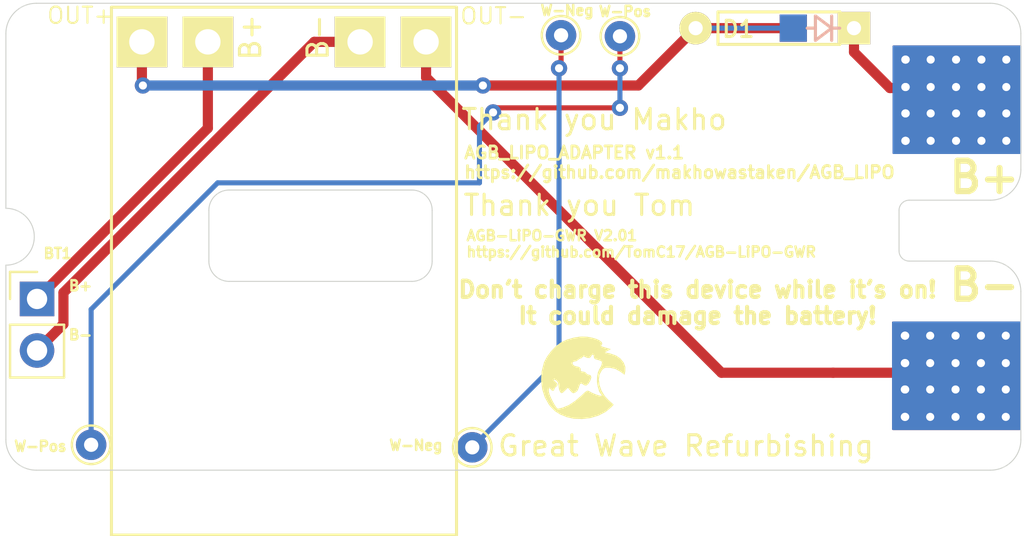
<source format=kicad_pcb>
(kicad_pcb (version 20171130) (host pcbnew "(5.1.8)-1")

  (general
    (thickness 1.6)
    (drawings 43)
    (tracks 98)
    (zones 0)
    (modules 8)
    (nets 6)
  )

  (page A4)
  (layers
    (0 F.Cu signal)
    (31 B.Cu signal)
    (32 B.Adhes user)
    (33 F.Adhes user)
    (34 B.Paste user)
    (35 F.Paste user)
    (36 B.SilkS user)
    (37 F.SilkS user)
    (38 B.Mask user)
    (39 F.Mask user)
    (40 Dwgs.User user)
    (41 Cmts.User user)
    (42 Eco1.User user)
    (43 Eco2.User user)
    (44 Edge.Cuts user)
    (45 Margin user)
    (46 B.CrtYd user)
    (47 F.CrtYd user)
    (48 B.Fab user)
    (49 F.Fab user hide)
  )

  (setup
    (last_trace_width 0.25)
    (user_trace_width 1)
    (trace_clearance 0.2)
    (zone_clearance 0.508)
    (zone_45_only no)
    (trace_min 0.2)
    (via_size 0.8)
    (via_drill 0.4)
    (via_min_size 0.4)
    (via_min_drill 0.3)
    (uvia_size 0.3)
    (uvia_drill 0.1)
    (uvias_allowed no)
    (uvia_min_size 0.2)
    (uvia_min_drill 0.1)
    (edge_width 0.05)
    (segment_width 0.2)
    (pcb_text_width 0.3)
    (pcb_text_size 1.5 1.5)
    (mod_edge_width 0.12)
    (mod_text_size 1 1)
    (mod_text_width 0.15)
    (pad_size 1.524 1.524)
    (pad_drill 0.762)
    (pad_to_mask_clearance 0.051)
    (solder_mask_min_width 0.25)
    (aux_axis_origin 0 0)
    (visible_elements 7FFFF7FF)
    (pcbplotparams
      (layerselection 0x3f0fc_ffffffff)
      (usegerberextensions true)
      (usegerberattributes false)
      (usegerberadvancedattributes false)
      (creategerberjobfile true)
      (excludeedgelayer true)
      (linewidth 0.100000)
      (plotframeref false)
      (viasonmask false)
      (mode 1)
      (useauxorigin false)
      (hpglpennumber 1)
      (hpglpenspeed 20)
      (hpglpendiameter 15.000000)
      (psnegative false)
      (psa4output false)
      (plotreference true)
      (plotvalue true)
      (plotinvisibletext false)
      (padsonsilk false)
      (subtractmaskfromsilk false)
      (outputformat 1)
      (mirror false)
      (drillshape 0)
      (scaleselection 1)
      (outputdirectory "gerbers/"))
  )

  (net 0 "")
  (net 1 "Net-(BT1-Pad2)")
  (net 2 "Net-(BT1-Pad1)")
  (net 3 "Net-(D1-Pad2)")
  (net 4 "Net-(D1-Pad1)")
  (net 5 "Net-(J1-Pad1)")

  (net_class Default "This is the default net class."
    (clearance 0.2)
    (trace_width 0.25)
    (via_dia 0.8)
    (via_drill 0.4)
    (uvia_dia 0.3)
    (uvia_drill 0.1)
    (add_net "Net-(BT1-Pad1)")
    (add_net "Net-(BT1-Pad2)")
    (add_net "Net-(D1-Pad1)")
    (add_net "Net-(D1-Pad2)")
    (add_net "Net-(J1-Pad1)")
  )

  (module misc_footprints:4056E_LiIon_loader (layer F.Cu) (tedit 5FCAD171) (tstamp 5E2E4B01)
    (at 25.875 25 90)
    (path /5E2E0507)
    (fp_text reference U1 (at 1.14 0.86 90 unlocked) (layer F.SilkS) hide
      (effects (font (size 1 1) (thickness 0.15)))
    )
    (fp_text value tp4056_board-tp4056 (at 0.66 -3.46 90) (layer F.Fab) hide
      (effects (font (size 1 1) (thickness 0.15)))
    )
    (fp_line (start 12.706 -8.5) (end 12.706 8.5) (layer F.SilkS) (width 0.15))
    (fp_line (start -13.296 8.5) (end -13.296 -8.5) (layer F.SilkS) (width 0.15))
    (fp_line (start -13.3 -8.5) (end 12.7 -8.5) (layer F.SilkS) (width 0.15))
    (fp_line (start -13.29 8.5) (end 12.7 8.5) (layer F.SilkS) (width 0.15))
    (fp_text user B- (at 11.225 1.675 90) (layer F.SilkS)
      (effects (font (size 1 1) (thickness 0.15)))
    )
    (fp_text user B+ (at 11.225 -1.65 90) (layer F.SilkS)
      (effects (font (size 1 1) (thickness 0.15)))
    )
    (fp_text user OUT+ (at 12.3 -10.025 180) (layer F.SilkS)
      (effects (font (size 0.8 0.8) (thickness 0.1)))
    )
    (fp_text user OUT- (at 12.275 10.325 180) (layer F.SilkS)
      (effects (font (size 0.8 0.8) (thickness 0.1)))
    )
    (pad 6 thru_hole rect (at 11 7 90) (size 2.5 2.5) (drill 1.25) (layers *.Cu *.Mask F.SilkS)
      (net 5 "Net-(J1-Pad1)"))
    (pad 5 thru_hole rect (at 11 -7 90) (size 2.5 2.5) (drill 1.25) (layers *.Cu *.Mask F.SilkS)
      (net 3 "Net-(D1-Pad2)"))
    (pad 3 thru_hole rect (at 11 -3.75 90) (size 2.5 2.5) (drill 1.25) (layers *.Cu *.Mask F.SilkS)
      (net 2 "Net-(BT1-Pad1)"))
    (pad 4 thru_hole rect (at 11 3.75 90) (size 2.5 2.5) (drill 1.25) (layers *.Cu *.Mask F.SilkS)
      (net 1 "Net-(BT1-Pad2)"))
  )

  (module TestPoint:TestPoint_THTPad_D1.5mm_Drill0.7mm (layer F.Cu) (tedit 5A0F774F) (tstamp 5FCB35BB)
    (at 42.425 13.725)
    (descr "THT pad as test Point, diameter 1.5mm, hole diameter 0.7mm")
    (tags "test point THT pad")
    (attr virtual)
    (fp_text reference W-Pos (at 0.25 -1.225) (layer F.SilkS)
      (effects (font (size 0.5 0.5) (thickness 0.125)))
    )
    (fp_text value TestPoint_THTPad_D1.5mm_Drill0.7mm (at 0 1.75) (layer F.Fab)
      (effects (font (size 1 1) (thickness 0.15)))
    )
    (fp_circle (center 0 0) (end 0 0.95) (layer F.SilkS) (width 0.12))
    (fp_circle (center 0 0) (end 1.25 0) (layer F.CrtYd) (width 0.05))
    (pad 1 thru_hole circle (at 0 0) (size 1.5 1.5) (drill 0.7) (layers *.Cu *.Mask))
  )

  (module TestPoint:TestPoint_THTPad_D1.5mm_Drill0.7mm (layer F.Cu) (tedit 5A0F774F) (tstamp 5FCB35AC)
    (at 39.525 13.675)
    (descr "THT pad as test Point, diameter 1.5mm, hole diameter 0.7mm")
    (tags "test point THT pad")
    (attr virtual)
    (fp_text reference W-Neg (at 0.3 -1.225) (layer F.SilkS)
      (effects (font (size 0.5 0.5) (thickness 0.125)))
    )
    (fp_text value TestPoint_THTPad_D1.5mm_Drill0.7mm (at 0 1.75) (layer F.Fab)
      (effects (font (size 1 1) (thickness 0.15)))
    )
    (fp_circle (center 0 0) (end 1.25 0) (layer F.CrtYd) (width 0.05))
    (fp_circle (center 0 0) (end 0 0.95) (layer F.SilkS) (width 0.12))
    (pad 1 thru_hole circle (at 0 0) (size 1.5 1.5) (drill 0.7) (layers *.Cu *.Mask))
  )

  (module TestPoint:TestPoint_THTPad_D1.5mm_Drill0.7mm (layer F.Cu) (tedit 5A0F774F) (tstamp 5FCB3530)
    (at 35.15 33.975)
    (descr "THT pad as test Point, diameter 1.5mm, hole diameter 0.7mm")
    (tags "test point THT pad")
    (attr virtual)
    (fp_text reference W-Neg (at -2.775 -0.1) (layer F.SilkS)
      (effects (font (size 0.5 0.5) (thickness 0.125)))
    )
    (fp_text value TestPoint_THTPad_D1.5mm_Drill0.7mm (at 0 1.75) (layer F.Fab)
      (effects (font (size 1 1) (thickness 0.15)))
    )
    (fp_circle (center 0 0) (end 0 0.95) (layer F.SilkS) (width 0.12))
    (fp_circle (center 0 0) (end 1.25 0) (layer F.CrtYd) (width 0.05))
    (pad 1 thru_hole circle (at 0 0) (size 1.5 1.5) (drill 0.7) (layers *.Cu *.Mask))
  )

  (module TestPoint:TestPoint_THTPad_D1.5mm_Drill0.7mm (layer F.Cu) (tedit 5A0F774F) (tstamp 5FCB3523)
    (at 16.375 33.85)
    (descr "THT pad as test Point, diameter 1.5mm, hole diameter 0.7mm")
    (tags "test point THT pad")
    (attr virtual)
    (fp_text reference W-Pos (at -2.5 0.075) (layer F.SilkS)
      (effects (font (size 0.5 0.5) (thickness 0.125)))
    )
    (fp_text value TestPoint_THTPad_D1.5mm_Drill0.7mm (at 0 1.75) (layer F.Fab) hide
      (effects (font (size 1 1) (thickness 0.15)))
    )
    (fp_circle (center 0 0) (end 1.25 0) (layer F.CrtYd) (width 0.05))
    (fp_circle (center 0 0) (end 0 0.95) (layer F.SilkS) (width 0.12))
    (pad 1 thru_hole circle (at 0 0) (size 1.5 1.5) (drill 0.7) (layers *.Cu *.Mask))
  )

  (module "Downloads:great wave logo" (layer F.Cu) (tedit 0) (tstamp 5FAB9287)
    (at 40.675 30.55)
    (fp_text reference G*** (at 0.025 0.275) (layer F.SilkS) hide
      (effects (font (size 1.524 1.524) (thickness 0.3)))
    )
    (fp_text value LOGO (at -0.1 0.05) (layer F.SilkS) hide
      (effects (font (size 1.524 1.524) (thickness 0.3)))
    )
    (fp_poly (pts (xy 0.152286 -2.016356) (xy 0.38324 -1.974036) (xy 0.587925 -1.911959) (xy 0.749429 -1.837044)
      (xy 0.850839 -1.756209) (xy 0.875241 -1.676373) (xy 0.858466 -1.644815) (xy 0.821133 -1.594509)
      (xy 0.825924 -1.560827) (xy 0.89031 -1.52959) (xy 1.031765 -1.486621) (xy 1.065321 -1.47696)
      (xy 1.292442 -1.411598) (xy 1.141521 -1.331233) (xy 0.9906 -1.250867) (xy 1.285917 -1.190655)
      (xy 1.552444 -1.097957) (xy 1.771653 -0.947215) (xy 1.929545 -0.754821) (xy 2.012118 -0.537168)
      (xy 2.011917 -0.340681) (xy 1.97748 -0.157116) (xy 1.752763 -0.315511) (xy 1.52612 -0.439899)
      (xy 1.277812 -0.494498) (xy 1.255792 -0.496483) (xy 1.092774 -0.504956) (xy 0.991236 -0.487131)
      (xy 0.911878 -0.429612) (xy 0.847369 -0.357233) (xy 0.740404 -0.155476) (xy 0.706931 0.091157)
      (xy 0.742352 0.36255) (xy 0.842067 0.638582) (xy 1.001477 0.899135) (xy 1.178562 1.091689)
      (xy 1.437032 1.324076) (xy 1.318346 1.450411) (xy 1.034803 1.683252) (xy 0.685554 1.860732)
      (xy 0.293143 1.977842) (xy -0.119889 2.02957) (xy -0.530999 2.010905) (xy -0.8636 1.935459)
      (xy -1.188178 1.806194) (xy -1.443224 1.644702) (xy -1.660315 1.428741) (xy -1.753482 1.308623)
      (xy -1.95234 0.953677) (xy -2.058926 0.611366) (xy -1.764308 0.611366) (xy -1.754431 0.6985)
      (xy -1.714647 0.832843) (xy -1.644058 1.001385) (xy -1.555948 1.179368) (xy -1.4636 1.342035)
      (xy -1.380297 1.46463) (xy -1.319322 1.522395) (xy -1.311508 1.524) (xy -1.231278 1.510772)
      (xy -1.097262 1.477686) (xy -1.047294 1.463713) (xy -0.760241 1.340953) (xy -0.446858 1.134054)
      (xy -0.121027 0.852184) (xy -0.120262 0.851446) (xy 0.016966 0.721792) (xy 0.105314 0.653278)
      (xy 0.167965 0.635422) (xy 0.2281 0.657741) (xy 0.26157 0.678788) (xy 0.380812 0.743523)
      (xy 0.530982 0.807943) (xy 0.68092 0.860953) (xy 0.799466 0.891457) (xy 0.854279 0.889853)
      (xy 0.84479 0.837932) (xy 0.799175 0.775011) (xy 0.738223 0.696398) (xy 0.72295 0.6604)
      (xy 0.711296 0.600526) (xy 0.676704 0.482143) (xy 0.662712 0.438807) (xy 0.621109 0.213824)
      (xy 0.624503 -0.036936) (xy 0.669207 -0.271042) (xy 0.7379 -0.426729) (xy 0.806245 -0.542281)
      (xy 0.842783 -0.625513) (xy 0.8437 -0.629929) (xy 0.863901 -0.729392) (xy 0.870959 -0.759393)
      (xy 0.842725 -0.819942) (xy 0.720854 -0.869415) (xy 0.67491 -0.880529) (xy 0.536926 -0.921303)
      (xy 0.477756 -0.972573) (xy 0.47171 -1.029937) (xy 0.454542 -1.125744) (xy 0.399346 -1.151162)
      (xy 0.34153 -1.096205) (xy 0.331087 -1.069597) (xy 0.264847 -0.980295) (xy 0.149947 -0.979221)
      (xy 0.043473 -1.0287) (xy -0.042834 -1.066606) (xy -0.082989 -1.038815) (xy -0.087071 -1.0287)
      (xy -0.150259 -0.969592) (xy -0.175814 -0.9652) (xy -0.261009 -0.929541) (xy -0.304801 -0.889)
      (xy -0.403438 -0.823868) (xy -0.460423 -0.8128) (xy -0.555845 -0.786826) (xy -0.585576 -0.759775)
      (xy -0.586437 -0.679071) (xy -0.518558 -0.602763) (xy -0.411595 -0.56056) (xy -0.38494 -0.5588)
      (xy -0.258167 -0.528255) (xy -0.186923 -0.452452) (xy -0.187205 -0.37481) (xy -0.173898 -0.32059)
      (xy -0.080041 -0.3048) (xy 0.030308 -0.27893) (xy 0.083229 -0.2286) (xy 0.152422 -0.164698)
      (xy 0.210229 -0.1524) (xy 0.309581 -0.116839) (xy 0.33742 -0.018355) (xy 0.290528 0.130755)
      (xy 0.286425 0.138814) (xy 0.181264 0.306479) (xy 0.08462 0.378757) (xy -0.011837 0.36046)
      (xy -0.048552 0.332234) (xy -0.146717 0.272419) (xy -0.216597 0.303496) (xy -0.265289 0.429915)
      (xy -0.27441 0.473866) (xy -0.348817 0.641454) (xy -0.438245 0.714648) (xy -0.530357 0.754125)
      (xy -0.596429 0.737443) (xy -0.676286 0.652047) (xy -0.689654 0.635372) (xy -0.809157 0.4855)
      (xy -0.967152 0.63645) (xy -1.067799 0.727857) (xy -1.125827 0.75463) (xy -1.170922 0.723513)
      (xy -1.197574 0.68879) (xy -1.24641 0.572141) (xy -1.269681 0.417903) (xy -1.27 0.399571)
      (xy -1.29377 0.238387) (xy -1.374245 0.136081) (xy -1.381236 0.131049) (xy -1.472429 0.083354)
      (xy -1.520936 0.082921) (xy -1.505625 0.128773) (xy -1.4351 0.189549) (xy -1.341714 0.284729)
      (xy -1.328742 0.376219) (xy -1.397 0.438829) (xy -1.464485 0.501117) (xy -1.4732 0.535836)
      (xy -1.505734 0.620604) (xy -1.575329 0.640537) (xy -1.634814 0.591332) (xy -1.701455 0.51046)
      (xy -1.748449 0.520569) (xy -1.764308 0.611366) (xy -2.058926 0.611366) (xy -2.078507 0.548483)
      (xy -2.129426 0.1163) (xy -2.102542 -0.31961) (xy -1.995298 -0.735989) (xy -1.981979 -0.770792)
      (xy -1.840872 -1.038729) (xy -1.636709 -1.312795) (xy -1.39884 -1.558632) (xy -1.156619 -1.741879)
      (xy -1.148095 -1.746929) (xy -0.854711 -1.881565) (xy -0.514035 -1.980292) (xy -0.177977 -2.029152)
      (xy -0.088023 -2.032) (xy 0.152286 -2.016356)) (layer F.SilkS) (width 0.01))
  )

  (module misc_footprints:Diode-hybrid-3pad (layer F.Cu) (tedit 59509714) (tstamp 5E2E4948)
    (at 50.055 13.325)
    (path /5E2E0B2B)
    (attr smd)
    (fp_text reference D1 (at -1.8 0.0508) (layer F.SilkS)
      (effects (font (size 0.8 0.8) (thickness 0.15)))
    )
    (fp_text value Diode (at 0.045 1.55) (layer F.SilkS) hide
      (effects (font (size 0.8 0.8) (thickness 0.15)))
    )
    (fp_line (start 2 -0.6) (end 2 0.6) (layer F.SilkS) (width 0.15))
    (fp_line (start 2.8 -0.6) (end 2.8 0.6) (layer F.SilkS) (width 0.15))
    (fp_line (start 2.8 0) (end 2 -0.6) (layer B.SilkS) (width 0.15))
    (fp_line (start 2 -0.6) (end 2 0.6) (layer B.SilkS) (width 0.15))
    (fp_line (start 2 0.6) (end 2.8 0) (layer B.SilkS) (width 0.15))
    (fp_line (start 2.8 -0.6) (end 2.8 0.6) (layer B.SilkS) (width 0.15))
    (fp_line (start 2 -0.6) (end 2.8 0) (layer F.SilkS) (width 0.15))
    (fp_line (start 2.8 0) (end 2 0.6) (layer F.SilkS) (width 0.15))
    (fp_line (start 2.8 0) (end 3.2 0) (layer F.SilkS) (width 0.15))
    (fp_line (start 2 0) (end 1.6 0) (layer F.SilkS) (width 0.15))
    (fp_line (start 2 0) (end 1.6 0) (layer B.SilkS) (width 0.15))
    (fp_line (start 2.8 0) (end 3.2 0) (layer B.SilkS) (width 0.15))
    (fp_line (start -2.8 -0.8) (end -2.8 0.8) (layer F.SilkS) (width 0.15))
    (fp_line (start -2.8 0.8) (end 3.2 0.8) (layer F.SilkS) (width 0.15))
    (fp_line (start 3.2 0.8) (end 3.2 -0.8) (layer F.SilkS) (width 0.15))
    (fp_line (start 3.2 -0.8) (end -2.8 -0.8) (layer F.SilkS) (width 0.15))
    (pad 2 smd rect (at -1.5 0) (size 4 0.25) (layers B.Cu)
      (net 3 "Net-(D1-Pad2)") (solder_mask_margin -999))
    (pad 2 smd rect (at 0.91 0) (size 1.34 1.34) (layers B.Cu B.Paste B.Mask)
      (net 3 "Net-(D1-Pad2)"))
    (pad 2 smd rect (at 0.91 0) (size 1.34 1.34) (layers F.Cu F.Paste F.Mask)
      (net 3 "Net-(D1-Pad2)"))
    (pad 2 thru_hole circle (at -3.9 0) (size 1.6 1.6) (drill 0.7) (layers *.Cu *.Mask F.SilkS)
      (net 3 "Net-(D1-Pad2)"))
    (pad 1 thru_hole rect (at 3.9 0) (size 1.6 1.6) (drill 0.7) (layers *.Cu *.Mask F.SilkS)
      (net 4 "Net-(D1-Pad1)"))
    (pad 2 smd rect (at -1.5 0) (size 4 0.25) (layers F.Cu)
      (net 3 "Net-(D1-Pad2)") (solder_mask_margin -999))
  )

  (module Connector_PinHeader_2.54mm:PinHeader_1x02_P2.54mm_Vertical (layer F.Cu) (tedit 59FED5CC) (tstamp 5E2E58FD)
    (at 13.7105 26.6645)
    (descr "Through hole straight pin header, 1x02, 2.54mm pitch, single row")
    (tags "Through hole pin header THT 1x02 2.54mm single row")
    (path /5E2E12D0)
    (fp_text reference BT1 (at 1.0145 -2.2395) (layer F.SilkS)
      (effects (font (size 0.5 0.5) (thickness 0.125)))
    )
    (fp_text value Battery_Cell (at 0 4.87) (layer F.Fab)
      (effects (font (size 1 1) (thickness 0.15)))
    )
    (fp_line (start 1.8 -1.8) (end -1.8 -1.8) (layer F.CrtYd) (width 0.05))
    (fp_line (start 1.8 4.35) (end 1.8 -1.8) (layer F.CrtYd) (width 0.05))
    (fp_line (start -1.8 4.35) (end 1.8 4.35) (layer F.CrtYd) (width 0.05))
    (fp_line (start -1.8 -1.8) (end -1.8 4.35) (layer F.CrtYd) (width 0.05))
    (fp_line (start -1.33 -1.33) (end 0 -1.33) (layer F.SilkS) (width 0.12))
    (fp_line (start -1.33 0) (end -1.33 -1.33) (layer F.SilkS) (width 0.12))
    (fp_line (start -1.33 1.27) (end 1.33 1.27) (layer F.SilkS) (width 0.12))
    (fp_line (start 1.33 1.27) (end 1.33 3.87) (layer F.SilkS) (width 0.12))
    (fp_line (start -1.33 1.27) (end -1.33 3.87) (layer F.SilkS) (width 0.12))
    (fp_line (start -1.33 3.87) (end 1.33 3.87) (layer F.SilkS) (width 0.12))
    (fp_line (start -1.27 -0.635) (end -0.635 -1.27) (layer F.Fab) (width 0.1))
    (fp_line (start -1.27 3.81) (end -1.27 -0.635) (layer F.Fab) (width 0.1))
    (fp_line (start 1.27 3.81) (end -1.27 3.81) (layer F.Fab) (width 0.1))
    (fp_line (start 1.27 -1.27) (end 1.27 3.81) (layer F.Fab) (width 0.1))
    (fp_line (start -0.635 -1.27) (end 1.27 -1.27) (layer F.Fab) (width 0.1))
    (fp_text user %R (at 0 1.27 90) (layer F.Fab)
      (effects (font (size 1 1) (thickness 0.15)))
    )
    (pad 1 thru_hole rect (at 0 0) (size 1.7 1.7) (drill 1) (layers *.Cu *.Mask)
      (net 2 "Net-(BT1-Pad1)"))
    (pad 2 thru_hole oval (at 0 2.54) (size 1.7 1.7) (drill 1) (layers *.Cu *.Mask)
      (net 1 "Net-(BT1-Pad2)"))
    (model ${KISYS3DMOD}/Connector_PinHeader_2.54mm.3dshapes/PinHeader_1x02_P2.54mm_Vertical.wrl
      (at (xyz 0 0 0))
      (scale (xyz 1 1 1))
      (rotate (xyz 0 0 0))
    )
  )

  (gr_arc (start 60.675 13.6) (end 62.175 13.6) (angle -90) (layer Edge.Cuts) (width 0.05) (tstamp 5FCAB5CB))
  (gr_arc (start 60.675 20.3) (end 60.675 21.8) (angle -90) (layer Edge.Cuts) (width 0.05) (tstamp 5FCAB5CA))
  (gr_arc (start 60.675 33.6) (end 60.675 35.1) (angle -90) (layer Edge.Cuts) (width 0.05) (tstamp 5FCAB5C9))
  (gr_arc (start 32.175 24.8) (end 32.175 25.8) (angle -90) (layer Edge.Cuts) (width 0.05) (tstamp 5FCAB5C8))
  (gr_arc (start 23.175 22.3) (end 23.175 21.3) (angle -90) (layer Edge.Cuts) (width 0.05) (tstamp 5FCAB5C7))
  (gr_line (start 12.175 33.6) (end 12.175 25) (layer Edge.Cuts) (width 0.05) (tstamp 5FCAB5C6))
  (gr_arc (start 13.675 13.6) (end 13.675 12.1) (angle -90) (layer Edge.Cuts) (width 0.05) (tstamp 5FCAB5C5))
  (gr_arc (start 23.175 24.8) (end 22.175 24.8) (angle -90) (layer Edge.Cuts) (width 0.05) (tstamp 5FCAB5C4))
  (gr_arc (start 32.175 22.3) (end 33.175 22.3) (angle -90) (layer Edge.Cuts) (width 0.05) (tstamp 5FCAB5C3))
  (gr_arc (start 60.675 26.3) (end 62.175 26.3) (angle -90) (layer Edge.Cuts) (width 0.05) (tstamp 5FCAB5C2))
  (gr_arc (start 13.675 33.6) (end 12.175 33.6) (angle -90) (layer Edge.Cuts) (width 0.05) (tstamp 5FCAB5C1))
  (gr_line (start 62.175 26.3) (end 62.175 33.6) (layer Edge.Cuts) (width 0.05) (tstamp 5FCAB5C0))
  (gr_line (start 60.675 24.8) (end 56.675 24.8) (layer Edge.Cuts) (width 0.05) (tstamp 5FCAB5BF))
  (gr_line (start 13.675 35.1) (end 60.675 35.1) (layer Edge.Cuts) (width 0.05) (tstamp 5FCAB5BE))
  (gr_line (start 23.175 21.3) (end 32.175 21.3) (layer Edge.Cuts) (width 0.05) (tstamp 5FCAB5BD))
  (gr_line (start 33.175 22.3) (end 33.175 24.8) (layer Edge.Cuts) (width 0.05) (tstamp 5FCAB5BC))
  (gr_line (start 12.175 22.2) (end 12.175 13.6) (layer Edge.Cuts) (width 0.05) (tstamp 5FCAB5BB))
  (gr_line (start 62.175 20.3) (end 62.175 13.6) (layer Edge.Cuts) (width 0.05) (tstamp 5FCAB5BA))
  (gr_line (start 13.675 12.1) (end 60.675 12.1) (layer Edge.Cuts) (width 0.05) (tstamp 5FCAB5B9))
  (gr_line (start 56.675 21.8) (end 60.675 21.8) (layer Edge.Cuts) (width 0.05) (tstamp 5FCAB5B8))
  (gr_line (start 22.175 24.8) (end 22.175 22.3) (layer Edge.Cuts) (width 0.05) (tstamp 5FCAB5B7))
  (gr_line (start 32.175 25.8) (end 23.175 25.8) (layer Edge.Cuts) (width 0.05) (tstamp 5FCAB5B6))
  (gr_line (start 56.175 24.3) (end 56.175 22.3) (layer Edge.Cuts) (width 0.05) (tstamp 5FCAB5B5))
  (gr_arc (start 12.175 23.6) (end 12.175 25) (angle -180) (layer Edge.Cuts) (width 0.05) (tstamp 5FCAB5B4))
  (gr_arc (start 56.675 24.3) (end 56.175 24.3) (angle -90) (layer Edge.Cuts) (width 0.05) (tstamp 5FCAB5B3))
  (gr_arc (start 56.675 22.3) (end 56.675 21.8) (angle -90) (layer Edge.Cuts) (width 0.05) (tstamp 5FCAB5B2))
  (gr_text "Don't charge this device while it's on!\nIt could damage the battery!" (at 46.25 26.85) (layer F.SilkS)
    (effects (font (size 0.8 0.8) (thickness 0.2)))
  )
  (gr_text "AGB-LiPO-GWR V2.01\nhttps://github.com/TomC17/AGB-LiPO-GWR" (at 34.8 23.95) (layer F.SilkS)
    (effects (font (size 0.5 0.5) (thickness 0.125)) (justify left))
  )
  (gr_text "Thank you Tom" (at 40.425 22.05) (layer F.SilkS)
    (effects (font (size 1 1) (thickness 0.15)))
  )
  (gr_text "Thank you Makho" (at 41.15 17.825) (layer F.SilkS)
    (effects (font (size 1 1) (thickness 0.15)))
  )
  (gr_text "AGB_LIPO_ADAPTER v1.1\nhttps://github.com/makhowastaken/AGB_LIPO" (at 34.683 19.941) (layer F.SilkS) (tstamp 5FCA914A)
    (effects (font (size 0.6 0.6) (thickness 0.1375)) (justify left))
  )
  (gr_poly (pts (xy 55.878 27.825) (xy 62.128 27.825) (xy 62.128 33.075) (xy 55.878 33.075)) (layer F.Cu) (width 0.1) (tstamp 5FCAA76A))
  (gr_poly (pts (xy 55.878 27.825) (xy 62.128 27.825) (xy 62.128 33.075) (xy 55.878 33.075)) (layer B.Mask) (width 0.1) (tstamp 5FCAA769))
  (gr_poly (pts (xy 55.878 27.825) (xy 62.128 27.825) (xy 62.128 33.075) (xy 55.878 33.075)) (layer B.Cu) (width 0.1) (tstamp 5FCAA768))
  (gr_poly (pts (xy 55.878 27.825) (xy 62.128 27.825) (xy 62.128 33.075) (xy 55.878 33.075)) (layer F.Mask) (width 0.1) (tstamp 5FCAA767))
  (gr_poly (pts (xy 55.903 14.225) (xy 62.153 14.225) (xy 62.153 19.475) (xy 55.903 19.475)) (layer F.Cu) (width 0.1) (tstamp 5E2E4BE7))
  (gr_poly (pts (xy 55.903 14.225) (xy 62.153 14.225) (xy 62.153 19.475) (xy 55.903 19.475)) (layer F.Mask) (width 0.1) (tstamp 5E2E4BEC))
  (gr_poly (pts (xy 55.903 14.225) (xy 62.153 14.225) (xy 62.153 19.475) (xy 55.903 19.475)) (layer B.Cu) (width 0.1) (tstamp 5E2E4E60))
  (gr_poly (pts (xy 55.903 14.225) (xy 62.153 14.225) (xy 62.153 19.475) (xy 55.903 19.475)) (layer B.Mask) (width 0.1) (tstamp 5E2E4E60))
  (gr_text "Great Wave Refurbishing" (at 45.675 33.9) (layer F.SilkS)
    (effects (font (size 1 1) (thickness 0.15)))
  )
  (gr_text B- (at 60.375 25.975) (layer F.SilkS) (tstamp 5E2E59D5)
    (effects (font (size 1.5 1.5) (thickness 0.3)))
  )
  (gr_text B+ (at 60.375 20.675) (layer F.SilkS) (tstamp 5E2E59D5)
    (effects (font (size 1.5 1.5) (thickness 0.3)))
  )
  (gr_text "B+\n\n\nB-" (at 15.85 27.225) (layer F.SilkS)
    (effects (font (size 0.5 0.5) (thickness 0.125)))
  )

  (via (at 60.233 14.875) (size 0.8) (drill 0.4) (layers F.Cu B.Cu) (net 4) (tstamp 5E2E4F63))
  (via (at 56.483 16.225) (size 0.8) (drill 0.4) (layers F.Cu B.Cu) (net 4) (tstamp 5E2E4F65))
  (via (at 57.733 18.875) (size 0.8) (drill 0.4) (layers F.Cu B.Cu) (net 0) (tstamp 5E2E4F67))
  (via (at 57.733 14.875) (size 0.8) (drill 0.4) (layers F.Cu B.Cu) (net 0) (tstamp 5E2E4F62))
  (via (at 60.233 18.875) (size 0.8) (drill 0.4) (layers F.Cu B.Cu) (net 0) (tstamp 5E2E4F60))
  (via (at 56.503 17.525) (size 0.8) (drill 0.4) (layers F.Cu B.Cu) (net 0) (tstamp 5E2E4F61))
  (via (at 58.983 18.875) (size 0.8) (drill 0.4) (layers F.Cu B.Cu) (net 0) (tstamp 5E2E4F56))
  (via (at 56.503 14.875) (size 0.8) (drill 0.4) (layers F.Cu B.Cu) (net 0) (tstamp 5E2E4F58))
  (via (at 56.483 14.875) (size 0.8) (drill 0.4) (layers F.Cu B.Cu) (net 0) (tstamp 5E2E4F59))
  (via (at 56.503 16.225) (size 0.8) (drill 0.4) (layers F.Cu B.Cu) (net 4) (tstamp 5E2E4F5B))
  (via (at 56.483 17.525) (size 0.8) (drill 0.4) (layers F.Cu B.Cu) (net 0) (tstamp 5E2E4F5D))
  (via (at 56.483 18.875) (size 0.8) (drill 0.4) (layers F.Cu B.Cu) (net 0) (tstamp 5E2E4F5C))
  (via (at 56.503 18.875) (size 0.8) (drill 0.4) (layers F.Cu B.Cu) (net 0) (tstamp 5E2E4F5E))
  (via (at 58.983 14.875) (size 0.8) (drill 0.4) (layers F.Cu B.Cu) (net 0) (tstamp 5E2E4F5F))
  (via (at 61.458 18.875) (size 0.8) (drill 0.4) (layers F.Cu B.Cu) (net 0) (tstamp 5FCAA74B))
  (via (at 58.958 28.475) (size 0.8) (drill 0.4) (layers F.Cu B.Cu) (net 0) (tstamp 5FCAA75A))
  (via (at 56.478 32.475) (size 0.8) (drill 0.4) (layers F.Cu B.Cu) (net 0) (tstamp 5FCAA75B))
  (via (at 56.458 32.475) (size 0.8) (drill 0.4) (layers F.Cu B.Cu) (net 0) (tstamp 5FCAA75C))
  (via (at 56.458 31.125) (size 0.8) (drill 0.4) (layers F.Cu B.Cu) (net 0) (tstamp 5FCAA75D))
  (via (at 56.458 28.475) (size 0.8) (drill 0.4) (layers F.Cu B.Cu) (net 0) (tstamp 5FCAA75F))
  (via (at 56.478 28.475) (size 0.8) (drill 0.4) (layers F.Cu B.Cu) (net 0) (tstamp 5FCAA760))
  (via (at 58.958 32.475) (size 0.8) (drill 0.4) (layers F.Cu B.Cu) (net 0) (tstamp 5FCAA761))
  (via (at 56.478 31.125) (size 0.8) (drill 0.4) (layers F.Cu B.Cu) (net 0) (tstamp 5FCAA763))
  (via (at 60.208 32.475) (size 0.8) (drill 0.4) (layers F.Cu B.Cu) (net 0) (tstamp 5FCAA764))
  (via (at 57.708 28.475) (size 0.8) (drill 0.4) (layers F.Cu B.Cu) (net 0) (tstamp 5FCAA765))
  (via (at 57.708 32.475) (size 0.8) (drill 0.4) (layers F.Cu B.Cu) (net 0) (tstamp 5FCAA76D))
  (via (at 61.433 32.475) (size 0.8) (drill 0.4) (layers F.Cu B.Cu) (net 0) (tstamp 5FCAA771))
  (via (at 39.425 15.3) (size 0.8) (drill 0.4) (layers F.Cu B.Cu) (net 0))
  (segment (start 16.375 33.825) (end 16.325 33.875) (width 0.25) (layer B.Cu) (net 0))
  (segment (start 35.926998 17.475) (end 36.175 17.475) (width 0.25) (layer F.Cu) (net 0))
  (via (at 36.175 17.475) (size 0.8) (drill 0.4) (layers F.Cu B.Cu) (net 0))
  (segment (start 35.505494 20.944506) (end 22.609052 20.944506) (width 0.25) (layer B.Cu) (net 0))
  (segment (start 22.609052 20.944506) (end 16.375 27.178558) (width 0.25) (layer B.Cu) (net 0))
  (segment (start 39.425 29.7) (end 35.15 33.975) (width 0.25) (layer B.Cu) (net 0))
  (segment (start 39.425 15.3) (end 39.425 29.7) (width 0.25) (layer B.Cu) (net 0))
  (segment (start 16.375 27.178558) (end 16.375 33.85) (width 0.25) (layer B.Cu) (net 0))
  (segment (start 35.505494 18.144506) (end 36.175 17.475) (width 0.25) (layer B.Cu) (net 0))
  (segment (start 35.505494 20.944506) (end 35.505494 18.144506) (width 0.25) (layer B.Cu) (net 0))
  (via (at 42.425 15.3) (size 0.8) (drill 0.4) (layers F.Cu B.Cu) (net 0))
  (segment (start 42.425 13.725) (end 42.425 15.3) (width 0.25) (layer F.Cu) (net 0))
  (via (at 42.425 17.25) (size 0.8) (drill 0.4) (layers F.Cu B.Cu) (net 0))
  (segment (start 42.425 15.3) (end 42.425 17.25) (width 0.25) (layer B.Cu) (net 0))
  (segment (start 36.4 17.25) (end 36.175 17.475) (width 0.25) (layer F.Cu) (net 0))
  (segment (start 42.425 17.25) (end 36.4 17.25) (width 0.25) (layer F.Cu) (net 0))
  (segment (start 39.525 15.2) (end 39.425 15.3) (width 0.25) (layer F.Cu) (net 0))
  (segment (start 39.525 13.675) (end 39.525 15.2) (width 0.25) (layer F.Cu) (net 0))
  (segment (start 29.525 14.125) (end 28.874991 13.474991) (width 0.5) (layer B.Cu) (net 1))
  (segment (start 13.731011 29.225011) (end 13.7105 29.2045) (width 0.5) (layer F.Cu) (net 1))
  (segment (start 27.364962 14) (end 29.625 14) (width 0.5) (layer F.Cu) (net 1))
  (segment (start 15.010501 26.354461) (end 27.364962 14) (width 0.5) (layer F.Cu) (net 1))
  (segment (start 15.010501 27.904499) (end 13.7105 29.2045) (width 0.5) (layer F.Cu) (net 1))
  (segment (start 15.010501 26.354461) (end 15.010501 27.904499) (width 0.5) (layer F.Cu) (net 1))
  (segment (start 22.125 18.25) (end 13.7105 26.6645) (width 0.5) (layer F.Cu) (net 2))
  (segment (start 22.125 14) (end 22.125 18.25) (width 0.5) (layer F.Cu) (net 2))
  (segment (start 50.965 13.325) (end 50.965 13.325) (width 1) (layer B.Cu) (net 3) (tstamp 5EBD92EA))
  (segment (start 46.155 13.325) (end 50.965 13.325) (width 0.5) (layer F.Cu) (net 3))
  (via (at 18.925 16.15) (size 0.8) (drill 0.4) (layers F.Cu B.Cu) (net 3))
  (segment (start 18.875 16.1) (end 18.925 16.15) (width 0.5) (layer F.Cu) (net 3))
  (segment (start 18.875 14) (end 18.875 16.1) (width 0.5) (layer F.Cu) (net 3))
  (segment (start 18.925 16.15) (end 35.675 16.15) (width 0.5) (layer B.Cu) (net 3))
  (via (at 35.675 16.15) (size 0.8) (drill 0.4) (layers F.Cu B.Cu) (net 3))
  (segment (start 43.33 16.15) (end 46.155 13.325) (width 0.5) (layer F.Cu) (net 3))
  (segment (start 35.675 16.15) (end 43.33 16.15) (width 0.5) (layer F.Cu) (net 3))
  (segment (start 56.33 16.28) (end 61.522 16.28) (width 0.5) (layer F.Cu) (net 4))
  (via (at 58.983 17.525) (size 0.8) (drill 0.4) (layers F.Cu B.Cu) (net 4) (tstamp 5E2E4F5A))
  (segment (start 57.753 17.545) (end 57.733 17.525) (width 0.5) (layer F.Cu) (net 4))
  (via (at 58.983 16.225) (size 0.8) (drill 0.4) (layers F.Cu B.Cu) (net 4) (tstamp 5E2E4F68))
  (via (at 60.233 16.225) (size 0.8) (drill 0.4) (layers F.Cu B.Cu) (net 4) (tstamp 5E2E4F57))
  (via (at 57.733 17.525) (size 0.8) (drill 0.4) (layers F.Cu B.Cu) (net 4) (tstamp 5E2E4F69))
  (via (at 57.733 16.225) (size 0.8) (drill 0.4) (layers F.Cu B.Cu) (net 4) (tstamp 5E2E4F66))
  (via (at 60.233 17.525) (size 0.8) (drill 0.4) (layers F.Cu B.Cu) (net 4) (tstamp 5E2E4F64))
  (via (at 61.458 17.525) (size 0.8) (drill 0.4) (layers F.Cu B.Cu) (net 4) (tstamp 5FCAA749))
  (via (at 61.458 16.225) (size 0.8) (drill 0.4) (layers F.Cu B.Cu) (net 4) (tstamp 5FCAA74A))
  (segment (start 56.405 16.23) (end 61.597 16.23) (width 0.5) (layer F.Cu) (net 4) (tstamp 5FCAA74C))
  (via (at 61.458 14.875) (size 0.8) (drill 0.4) (layers F.Cu B.Cu) (net 4) (tstamp 5FCAA74D))
  (via (at 60.208 31.125) (size 0.8) (drill 0.4) (layers F.Cu B.Cu) (net 4) (tstamp 5FCAA756))
  (via (at 57.708 29.825) (size 0.8) (drill 0.4) (layers F.Cu B.Cu) (net 4) (tstamp 5FCAA757))
  (via (at 57.708 31.125) (size 0.8) (drill 0.4) (layers F.Cu B.Cu) (net 4) (tstamp 5FCAA758))
  (via (at 60.208 29.825) (size 0.8) (drill 0.4) (layers F.Cu B.Cu) (net 4) (tstamp 5FCAA759))
  (via (at 56.478 29.825) (size 0.8) (drill 0.4) (layers F.Cu B.Cu) (net 4) (tstamp 5FCAA75E))
  (via (at 58.958 29.825) (size 0.8) (drill 0.4) (layers F.Cu B.Cu) (net 4) (tstamp 5FCAA762))
  (segment (start 57.728 31.145) (end 57.708 31.125) (width 0.5) (layer F.Cu) (net 4) (tstamp 5FCAA766))
  (via (at 58.958 31.125) (size 0.8) (drill 0.4) (layers F.Cu B.Cu) (net 4) (tstamp 5FCAA76B))
  (segment (start 56.38 29.83) (end 61.572 29.83) (width 0.5) (layer F.Cu) (net 4) (tstamp 5FCAA76C))
  (via (at 56.458 29.825) (size 0.8) (drill 0.4) (layers F.Cu B.Cu) (net 4) (tstamp 5FCAA76E))
  (via (at 60.208 28.475) (size 0.8) (drill 0.4) (layers F.Cu B.Cu) (net 4) (tstamp 5FCAA76F))
  (via (at 61.433 29.825) (size 0.8) (drill 0.4) (layers F.Cu B.Cu) (net 4) (tstamp 5FCAA770))
  (via (at 61.433 31.125) (size 0.8) (drill 0.4) (layers F.Cu B.Cu) (net 4) (tstamp 5FCAA772))
  (via (at 61.433 28.475) (size 0.8) (drill 0.4) (layers F.Cu B.Cu) (net 4) (tstamp 5FCAA773))
  (segment (start 55.725 16.275) (end 60.133 16.275) (width 0.5) (layer F.Cu) (net 4))
  (segment (start 53.955 14.505) (end 55.725 16.275) (width 0.5) (layer F.Cu) (net 4))
  (segment (start 53.955 13.325) (end 53.955 14.505) (width 0.5) (layer F.Cu) (net 4))
  (segment (start 32.84999 14.02501) (end 32.875 14.02501) (width 0.5) (layer F.Cu) (net 5))
  (segment (start 32.775 14.1) (end 32.84999 14.02501) (width 0.5) (layer F.Cu) (net 5))
  (segment (start 47.425 30.3) (end 52.925 30.3) (width 0.5) (layer F.Cu) (net 5))
  (segment (start 32.875 15.75) (end 47.425 30.3) (width 0.5) (layer F.Cu) (net 5))
  (segment (start 32.875 14) (end 32.875 15.75) (width 0.5) (layer F.Cu) (net 5))
  (segment (start 60.925 30.3) (end 52.925 30.3) (width 0.5) (layer F.Cu) (net 5))

)

</source>
